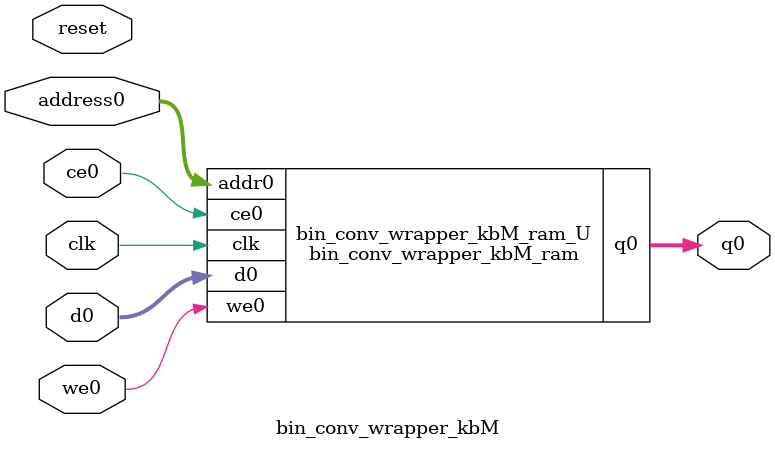
<source format=v>

`timescale 1 ns / 1 ps
module bin_conv_wrapper_kbM_ram (addr0, ce0, d0, we0, q0,  clk);

parameter DWIDTH = 64;
parameter AWIDTH = 6;
parameter MEM_SIZE = 64;

input[AWIDTH-1:0] addr0;
input ce0;
input[DWIDTH-1:0] d0;
input we0;
output reg[DWIDTH-1:0] q0;
input clk;

(* ram_style = "block" *)reg [DWIDTH-1:0] ram[0:MEM_SIZE-1];




always @(posedge clk)  
begin 
    if (ce0) 
    begin
        if (we0) 
        begin 
            ram[addr0] <= d0; 
            q0 <= d0;
        end 
        else 
            q0 <= ram[addr0];
    end
end


endmodule


`timescale 1 ns / 1 ps
module bin_conv_wrapper_kbM(
    reset,
    clk,
    address0,
    ce0,
    we0,
    d0,
    q0);

parameter DataWidth = 32'd64;
parameter AddressRange = 32'd64;
parameter AddressWidth = 32'd6;
input reset;
input clk;
input[AddressWidth - 1:0] address0;
input ce0;
input we0;
input[DataWidth - 1:0] d0;
output[DataWidth - 1:0] q0;



bin_conv_wrapper_kbM_ram bin_conv_wrapper_kbM_ram_U(
    .clk( clk ),
    .addr0( address0 ),
    .ce0( ce0 ),
    .we0( we0 ),
    .d0( d0 ),
    .q0( q0 ));

endmodule


</source>
